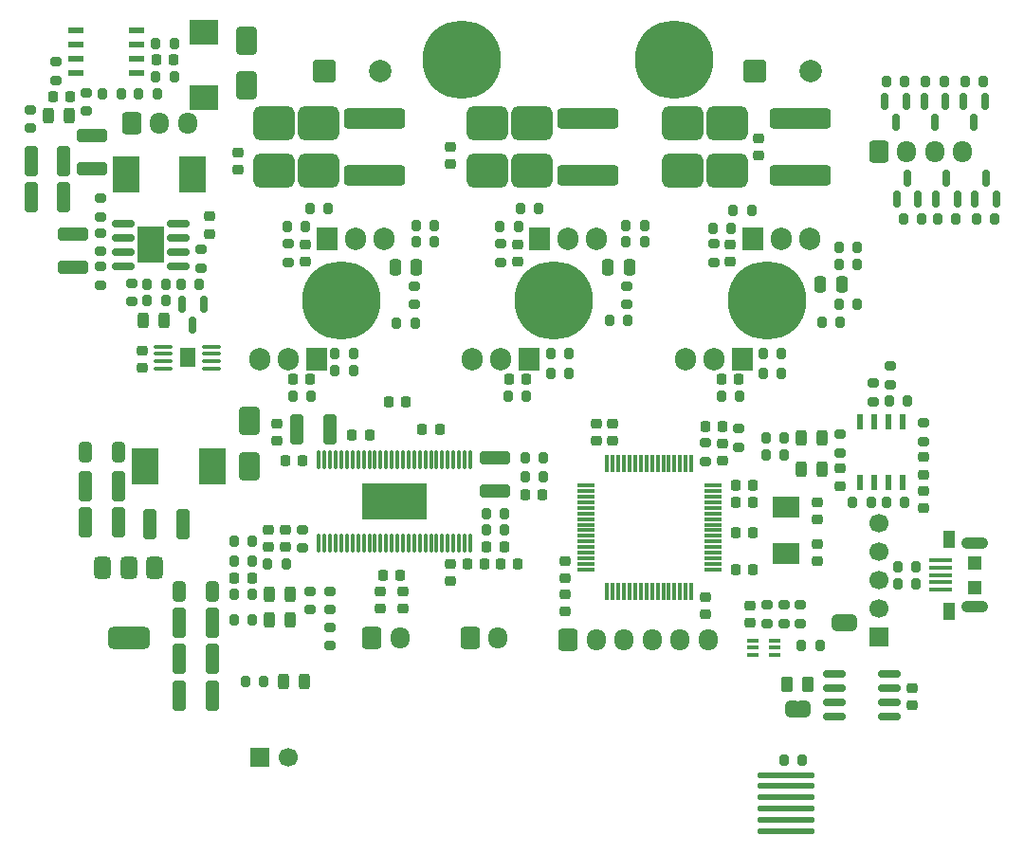
<source format=gbr>
%TF.GenerationSoftware,KiCad,Pcbnew,9.0.3*%
%TF.CreationDate,2025-08-05T12:01:24+09:00*%
%TF.ProjectId,AQUA_VESC,41515541-5f56-4455-9343-2e6b69636164,rev?*%
%TF.SameCoordinates,Original*%
%TF.FileFunction,Soldermask,Top*%
%TF.FilePolarity,Negative*%
%FSLAX46Y46*%
G04 Gerber Fmt 4.6, Leading zero omitted, Abs format (unit mm)*
G04 Created by KiCad (PCBNEW 9.0.3) date 2025-08-05 12:01:24*
%MOMM*%
%LPD*%
G01*
G04 APERTURE LIST*
G04 Aperture macros list*
%AMRoundRect*
0 Rectangle with rounded corners*
0 $1 Rounding radius*
0 $2 $3 $4 $5 $6 $7 $8 $9 X,Y pos of 4 corners*
0 Add a 4 corners polygon primitive as box body*
4,1,4,$2,$3,$4,$5,$6,$7,$8,$9,$2,$3,0*
0 Add four circle primitives for the rounded corners*
1,1,$1+$1,$2,$3*
1,1,$1+$1,$4,$5*
1,1,$1+$1,$6,$7*
1,1,$1+$1,$8,$9*
0 Add four rect primitives between the rounded corners*
20,1,$1+$1,$2,$3,$4,$5,0*
20,1,$1+$1,$4,$5,$6,$7,0*
20,1,$1+$1,$6,$7,$8,$9,0*
20,1,$1+$1,$8,$9,$2,$3,0*%
%AMFreePoly0*
4,1,23,0.500000,-0.750000,0.000000,-0.750000,0.000000,-0.745722,-0.065263,-0.745722,-0.191342,-0.711940,-0.304381,-0.646677,-0.396677,-0.554381,-0.461940,-0.441342,-0.495722,-0.315263,-0.495722,-0.250000,-0.500000,-0.250000,-0.500000,0.250000,-0.495722,0.250000,-0.495722,0.315263,-0.461940,0.441342,-0.396677,0.554381,-0.304381,0.646677,-0.191342,0.711940,-0.065263,0.745722,0.000000,0.745722,
0.000000,0.750000,0.500000,0.750000,0.500000,-0.750000,0.500000,-0.750000,$1*%
%AMFreePoly1*
4,1,23,0.000000,0.745722,0.065263,0.745722,0.191342,0.711940,0.304381,0.646677,0.396677,0.554381,0.461940,0.441342,0.495722,0.315263,0.495722,0.250000,0.500000,0.250000,0.500000,-0.250000,0.495722,-0.250000,0.495722,-0.315263,0.461940,-0.441342,0.396677,-0.554381,0.304381,-0.646677,0.191342,-0.711940,0.065263,-0.745722,0.000000,-0.745722,0.000000,-0.750000,-0.500000,-0.750000,
-0.500000,0.750000,0.000000,0.750000,0.000000,0.745722,0.000000,0.745722,$1*%
G04 Aperture macros list end*
%ADD10RoundRect,0.250000X-0.750000X-0.750000X0.750000X-0.750000X0.750000X0.750000X-0.750000X0.750000X0*%
%ADD11C,2.000000*%
%ADD12RoundRect,0.225000X-0.250000X0.225000X-0.250000X-0.225000X0.250000X-0.225000X0.250000X0.225000X0*%
%ADD13RoundRect,0.200000X-0.200000X-0.275000X0.200000X-0.275000X0.200000X0.275000X-0.200000X0.275000X0*%
%ADD14RoundRect,0.225000X0.225000X0.250000X-0.225000X0.250000X-0.225000X-0.250000X0.225000X-0.250000X0*%
%ADD15RoundRect,0.225000X-0.225000X-0.250000X0.225000X-0.250000X0.225000X0.250000X-0.225000X0.250000X0*%
%ADD16RoundRect,0.200000X0.275000X-0.200000X0.275000X0.200000X-0.275000X0.200000X-0.275000X-0.200000X0*%
%ADD17RoundRect,0.200000X0.200000X0.275000X-0.200000X0.275000X-0.200000X-0.275000X0.200000X-0.275000X0*%
%ADD18RoundRect,0.250000X-0.600000X-0.725000X0.600000X-0.725000X0.600000X0.725000X-0.600000X0.725000X0*%
%ADD19O,1.700000X1.950000*%
%ADD20RoundRect,0.150000X-0.150000X0.587500X-0.150000X-0.587500X0.150000X-0.587500X0.150000X0.587500X0*%
%ADD21R,1.016000X0.355600*%
%ADD22RoundRect,0.225000X0.250000X-0.225000X0.250000X0.225000X-0.250000X0.225000X-0.250000X-0.225000X0*%
%ADD23R,2.400000X3.200000*%
%ADD24RoundRect,0.243750X0.243750X0.456250X-0.243750X0.456250X-0.243750X-0.456250X0.243750X-0.456250X0*%
%ADD25RoundRect,0.250000X2.450000X-0.650000X2.450000X0.650000X-2.450000X0.650000X-2.450000X-0.650000X0*%
%ADD26RoundRect,0.250000X0.325000X1.100000X-0.325000X1.100000X-0.325000X-1.100000X0.325000X-1.100000X0*%
%ADD27RoundRect,0.250000X0.650000X-1.000000X0.650000X1.000000X-0.650000X1.000000X-0.650000X-1.000000X0*%
%ADD28RoundRect,0.250000X-0.325000X-1.100000X0.325000X-1.100000X0.325000X1.100000X-0.325000X1.100000X0*%
%ADD29RoundRect,0.564250X-1.275750X0.960750X-1.275750X-0.960750X1.275750X-0.960750X1.275750X0.960750X0*%
%ADD30R,2.590800X2.196600*%
%ADD31O,1.692000X0.364000*%
%ADD32R,1.400000X1.700000*%
%ADD33RoundRect,0.250000X-0.250000X-0.475000X0.250000X-0.475000X0.250000X0.475000X-0.250000X0.475000X0*%
%ADD34RoundRect,0.250000X0.325000X0.650000X-0.325000X0.650000X-0.325000X-0.650000X0.325000X-0.650000X0*%
%ADD35RoundRect,0.200000X-0.275000X0.200000X-0.275000X-0.200000X0.275000X-0.200000X0.275000X0.200000X0*%
%ADD36R,1.460500X0.558800*%
%ADD37RoundRect,0.375000X-0.375000X0.625000X-0.375000X-0.625000X0.375000X-0.625000X0.375000X0.625000X0*%
%ADD38RoundRect,0.500000X-1.400000X0.500000X-1.400000X-0.500000X1.400000X-0.500000X1.400000X0.500000X0*%
%ADD39FreePoly0,0.000000*%
%ADD40FreePoly1,0.000000*%
%ADD41R,2.400000X1.900000*%
%ADD42RoundRect,0.243750X-0.243750X-0.456250X0.243750X-0.456250X0.243750X0.456250X-0.243750X0.456250X0*%
%ADD43C,0.800000*%
%ADD44C,7.000000*%
%ADD45R,0.558800X1.460500*%
%ADD46RoundRect,0.150000X0.825000X0.150000X-0.825000X0.150000X-0.825000X-0.150000X0.825000X-0.150000X0*%
%ADD47RoundRect,0.150000X-0.825000X-0.150000X0.825000X-0.150000X0.825000X0.150000X-0.825000X0.150000X0*%
%ADD48R,2.410000X3.300000*%
%ADD49RoundRect,0.250000X1.100000X-0.325000X1.100000X0.325000X-1.100000X0.325000X-1.100000X-0.325000X0*%
%ADD50RoundRect,0.250000X-0.262500X-0.450000X0.262500X-0.450000X0.262500X0.450000X-0.262500X0.450000X0*%
%ADD51RoundRect,0.075000X0.700000X0.075000X-0.700000X0.075000X-0.700000X-0.075000X0.700000X-0.075000X0*%
%ADD52RoundRect,0.075000X0.075000X0.700000X-0.075000X0.700000X-0.075000X-0.700000X0.075000X-0.700000X0*%
%ADD53RoundRect,0.250000X-1.100000X0.325000X-1.100000X-0.325000X1.100000X-0.325000X1.100000X0.325000X0*%
%ADD54RoundRect,0.075000X-2.425000X-0.175000X2.425000X-0.175000X2.425000X0.175000X-2.425000X0.175000X0*%
%ADD55R,2.100000X0.400000*%
%ADD56R,1.000000X1.500000*%
%ADD57O,2.400000X1.100000*%
%ADD58R,1.300000X1.300000*%
%ADD59RoundRect,0.150000X0.150000X-0.587500X0.150000X0.587500X-0.150000X0.587500X-0.150000X-0.587500X0*%
%ADD60RoundRect,0.250000X-0.325000X-0.650000X0.325000X-0.650000X0.325000X0.650000X-0.325000X0.650000X0*%
%ADD61O,0.280000X1.715000*%
%ADD62R,5.825000X3.235000*%
%ADD63R,1.905000X2.000000*%
%ADD64O,1.905000X2.000000*%
%ADD65R,1.700000X1.700000*%
%ADD66C,1.700000*%
G04 APERTURE END LIST*
%TO.C,JP1*%
G36*
X117100000Y-83750000D02*
G01*
X117400000Y-83750000D01*
X117400000Y-85250000D01*
X117100000Y-85250000D01*
X117100000Y-83750000D01*
G37*
%TO.C,JP2*%
G36*
X121250000Y-76000000D02*
G01*
X121550000Y-76000000D01*
X121550000Y-77500000D01*
X121250000Y-77500000D01*
X121250000Y-76000000D01*
G37*
%TD*%
D10*
%TO.C,C69*%
X75000000Y-27500000D03*
D11*
X80000000Y-27500000D03*
%TD*%
D10*
%TO.C,C68*%
X113382323Y-27500000D03*
D11*
X118382323Y-27500000D03*
%TD*%
D12*
%TO.C,C28*%
X121000000Y-62975000D03*
X121000000Y-64525000D03*
%TD*%
D13*
%TO.C,R19*%
X66925000Y-69500000D03*
X68575000Y-69500000D03*
%TD*%
D14*
%TO.C,C33*%
X73025000Y-62250000D03*
X71475000Y-62250000D03*
%TD*%
D15*
%TO.C,C13*%
X111725000Y-66000000D03*
X113275000Y-66000000D03*
%TD*%
D16*
%TO.C,R65*%
X112000000Y-61075000D03*
X112000000Y-59425000D03*
%TD*%
%TO.C,R70*%
X57750000Y-48075000D03*
X57750000Y-46425000D03*
%TD*%
D17*
%TO.C,R40*%
X77575000Y-52750000D03*
X75925000Y-52750000D03*
%TD*%
D13*
%TO.C,R22*%
X66925000Y-74250000D03*
X68575000Y-74250000D03*
%TD*%
D15*
%TO.C,C7*%
X108975000Y-59250000D03*
X110525000Y-59250000D03*
%TD*%
D18*
%TO.C,CAN1*%
X79250000Y-78100000D03*
D19*
X81750000Y-78100000D03*
%TD*%
D20*
%TO.C,Q9*%
X130450000Y-30212500D03*
X128550000Y-30212500D03*
X129500000Y-32087500D03*
%TD*%
D13*
%TO.C,R80*%
X55175000Y-29500000D03*
X56825000Y-29500000D03*
%TD*%
D12*
%TO.C,C17*%
X128500000Y-61975000D03*
X128500000Y-63525000D03*
%TD*%
%TO.C,C19*%
X82000000Y-73975000D03*
X82000000Y-75525000D03*
%TD*%
D21*
%TO.C,U1*%
X115155000Y-79649999D03*
X115155000Y-79000000D03*
X115155000Y-78350001D03*
X113250000Y-78350001D03*
X113250000Y-79000000D03*
X113250000Y-79649999D03*
%TD*%
D13*
%TO.C,R71*%
X62175000Y-46500000D03*
X63825000Y-46500000D03*
%TD*%
D14*
%TO.C,C53*%
X93000000Y-55000000D03*
X91450000Y-55000000D03*
%TD*%
D22*
%TO.C,C3*%
X119000000Y-71275000D03*
X119000000Y-69725000D03*
%TD*%
D13*
%TO.C,R11*%
X114425000Y-60250000D03*
X116075000Y-60250000D03*
%TD*%
D16*
%TO.C,R35*%
X102000000Y-48325000D03*
X102000000Y-46675000D03*
%TD*%
D17*
%TO.C,R32*%
X83075000Y-50000000D03*
X81425000Y-50000000D03*
%TD*%
D23*
%TO.C,U10*%
X63250000Y-36750000D03*
X57250000Y-36750000D03*
%TD*%
D17*
%TO.C,R34*%
X102075000Y-49750000D03*
X100425000Y-49750000D03*
%TD*%
D24*
%TO.C,OCW1*%
X71937500Y-76500000D03*
X70062500Y-76500000D03*
%TD*%
D25*
%TO.C,C51*%
X98500000Y-36800000D03*
X98500000Y-31700000D03*
%TD*%
D12*
%TO.C,C9*%
X96500000Y-71225000D03*
X96500000Y-72775000D03*
%TD*%
D17*
%TO.C,R42*%
X73825000Y-56500000D03*
X72175000Y-56500000D03*
%TD*%
D12*
%TO.C,C20*%
X70000000Y-68475000D03*
X70000000Y-70025000D03*
%TD*%
D26*
%TO.C,C41*%
X56575000Y-67750000D03*
X53625000Y-67750000D03*
%TD*%
D12*
%TO.C,C52*%
X92250000Y-42975000D03*
X92250000Y-44525000D03*
%TD*%
D27*
%TO.C,D6*%
X68000000Y-28750000D03*
X68000000Y-24750000D03*
%TD*%
D13*
%TO.C,R21*%
X69925000Y-71500000D03*
X71575000Y-71500000D03*
%TD*%
%TO.C,R48*%
X90675000Y-41350000D03*
X92325000Y-41350000D03*
%TD*%
D22*
%TO.C,C2*%
X113000000Y-76775000D03*
X113000000Y-75225000D03*
%TD*%
D18*
%TO.C,J1*%
X96750000Y-78250000D03*
D19*
X99250000Y-78250000D03*
X101750000Y-78250000D03*
X104250000Y-78250000D03*
X106750000Y-78250000D03*
X109250000Y-78250000D03*
%TD*%
D24*
%TO.C,5V1*%
X71937500Y-74250000D03*
X70062500Y-74250000D03*
%TD*%
D27*
%TO.C,D4*%
X68250000Y-62750000D03*
X68250000Y-58750000D03*
%TD*%
D13*
%TO.C,R58*%
X111475000Y-39950000D03*
X113125000Y-39950000D03*
%TD*%
D24*
%TO.C,D5*%
X60687500Y-49750000D03*
X58812500Y-49750000D03*
%TD*%
D15*
%TO.C,C36*%
X83725000Y-59500000D03*
X85275000Y-59500000D03*
%TD*%
D17*
%TO.C,R85*%
X130325000Y-28400000D03*
X128675000Y-28400000D03*
%TD*%
D28*
%TO.C,C45*%
X62025000Y-80000000D03*
X64975000Y-80000000D03*
%TD*%
D29*
%TO.C,R66*%
X107000000Y-32115000D03*
X107000000Y-36385000D03*
%TD*%
D16*
%TO.C,R82*%
X51000000Y-28325000D03*
X51000000Y-26675000D03*
%TD*%
%TO.C,R18*%
X73750000Y-75575000D03*
X73750000Y-73925000D03*
%TD*%
D15*
%TO.C,C26*%
X87725000Y-71500000D03*
X89275000Y-71500000D03*
%TD*%
D20*
%TO.C,Q7*%
X64200000Y-48312500D03*
X62300000Y-48312500D03*
X63250000Y-50187500D03*
%TD*%
D13*
%TO.C,R17*%
X125425000Y-56925000D03*
X127075000Y-56925000D03*
%TD*%
D30*
%TO.C,R77*%
X64250000Y-24048300D03*
X64250000Y-29851700D03*
%TD*%
D31*
%TO.C,U11*%
X64896000Y-54050000D03*
X64896000Y-53400000D03*
X64896000Y-52750000D03*
X64896000Y-52100000D03*
X60604000Y-52100000D03*
X60604000Y-52750000D03*
X60604000Y-53400000D03*
X60604000Y-54050000D03*
D32*
X62750000Y-53075000D03*
%TD*%
D33*
%TO.C,C59*%
X119300000Y-46500000D03*
X121200000Y-46500000D03*
%TD*%
D17*
%TO.C,R62*%
X112075000Y-56500000D03*
X110425000Y-56500000D03*
%TD*%
D34*
%TO.C,C38*%
X56575000Y-61550000D03*
X53625000Y-61550000D03*
%TD*%
D12*
%TO.C,C31*%
X67250000Y-34725000D03*
X67250000Y-36275000D03*
%TD*%
D35*
%TO.C,R43*%
X71750000Y-42925000D03*
X71750000Y-44575000D03*
%TD*%
D12*
%TO.C,C23*%
X71500000Y-68475000D03*
X71500000Y-70025000D03*
%TD*%
D17*
%TO.C,R46*%
X84825000Y-41250000D03*
X83175000Y-41250000D03*
%TD*%
D16*
%TO.C,R1*%
X53750000Y-31075000D03*
X53750000Y-29425000D03*
%TD*%
D14*
%TO.C,C22*%
X92275000Y-71500000D03*
X90725000Y-71500000D03*
%TD*%
D36*
%TO.C,U12*%
X58224150Y-27655000D03*
X58224150Y-26385000D03*
X58224150Y-25115000D03*
X58224150Y-23845000D03*
X52775850Y-23845000D03*
X52775850Y-25115000D03*
X52775850Y-26385000D03*
X52775850Y-27655000D03*
%TD*%
D29*
%TO.C,R54*%
X89500000Y-32115000D03*
X89500000Y-36385000D03*
%TD*%
D35*
%TO.C,R53*%
X90750000Y-42925000D03*
X90750000Y-44575000D03*
%TD*%
D37*
%TO.C,U8*%
X59800000Y-71850000D03*
X57500000Y-71850000D03*
D38*
X57500000Y-78150000D03*
D37*
X55200000Y-71850000D03*
%TD*%
D35*
%TO.C,TH1*%
X109000000Y-60675000D03*
X109000000Y-62325000D03*
%TD*%
D17*
%TO.C,R68*%
X122575000Y-44750000D03*
X120925000Y-44750000D03*
%TD*%
D13*
%TO.C,R8*%
X126175000Y-71750000D03*
X127825000Y-71750000D03*
%TD*%
D15*
%TO.C,C14*%
X111725000Y-64500000D03*
X113275000Y-64500000D03*
%TD*%
D17*
%TO.C,R47*%
X84825000Y-42750000D03*
X83175000Y-42750000D03*
%TD*%
D39*
%TO.C,JP1*%
X116600000Y-84500000D03*
D40*
X117900000Y-84500000D03*
%TD*%
D41*
%TO.C,X1*%
X116250000Y-66450000D03*
X116250000Y-70550000D03*
%TD*%
D13*
%TO.C,R37*%
X120925000Y-48350000D03*
X122575000Y-48350000D03*
%TD*%
D26*
%TO.C,C40*%
X56575000Y-64550000D03*
X53625000Y-64550000D03*
%TD*%
D29*
%TO.C,R44*%
X74500000Y-32115000D03*
X74500000Y-36385000D03*
%TD*%
D23*
%TO.C,U7*%
X65000000Y-62750000D03*
X59000000Y-62750000D03*
%TD*%
D17*
%TO.C,R79*%
X61575000Y-25000000D03*
X59925000Y-25000000D03*
%TD*%
D28*
%TO.C,C42*%
X59425000Y-67950000D03*
X62375000Y-67950000D03*
%TD*%
D22*
%TO.C,C5*%
X100750000Y-60525000D03*
X100750000Y-58975000D03*
%TD*%
D15*
%TO.C,C34*%
X77475000Y-60000000D03*
X79025000Y-60000000D03*
%TD*%
%TO.C,C39*%
X66975000Y-72750000D03*
X68525000Y-72750000D03*
%TD*%
D42*
%TO.C,SERVO_CNT1*%
X50312500Y-31500000D03*
X52187500Y-31500000D03*
%TD*%
D43*
%TO.C,H7*%
X73875000Y-48000000D03*
X74643845Y-46143845D03*
X74643845Y-49856155D03*
X76500000Y-45375000D03*
D44*
X76500000Y-48000000D03*
D43*
X76500000Y-50625000D03*
X78356155Y-46143845D03*
X78356155Y-49856155D03*
X79125000Y-48000000D03*
%TD*%
D16*
%TO.C,R24*%
X75500000Y-78825000D03*
X75500000Y-77175000D03*
%TD*%
%TO.C,R73*%
X64000000Y-45075000D03*
X64000000Y-43425000D03*
%TD*%
D24*
%TO.C,D1*%
X119437500Y-60250000D03*
X117562500Y-60250000D03*
%TD*%
D17*
%TO.C,R30*%
X126825000Y-66000000D03*
X125175000Y-66000000D03*
%TD*%
%TO.C,R87*%
X133825000Y-28400000D03*
X132175000Y-28400000D03*
%TD*%
D12*
%TO.C,C32*%
X86250000Y-34225000D03*
X86250000Y-35775000D03*
%TD*%
D39*
%TO.C,JP2*%
X120750000Y-76750000D03*
D40*
X122050000Y-76750000D03*
%TD*%
D45*
%TO.C,U5*%
X126655000Y-58775850D03*
X125385000Y-58775850D03*
X124115000Y-58775850D03*
X122845000Y-58775850D03*
X122845000Y-64224150D03*
X124115000Y-64224150D03*
X125385000Y-64224150D03*
X126655000Y-64224150D03*
%TD*%
D12*
%TO.C,C12*%
X109000000Y-74475000D03*
X109000000Y-76025000D03*
%TD*%
D13*
%TO.C,R28*%
X89425000Y-68500000D03*
X91075000Y-68500000D03*
%TD*%
D29*
%TO.C,R55*%
X93500000Y-32115000D03*
X93500000Y-36385000D03*
%TD*%
D46*
%TO.C,U4*%
X125475000Y-85155000D03*
X125475000Y-83885000D03*
X125475000Y-82615000D03*
X125475000Y-81345000D03*
X120525000Y-81345000D03*
X120525000Y-82615000D03*
X120525000Y-83885000D03*
X120525000Y-85155000D03*
%TD*%
D20*
%TO.C,Q13*%
X126950000Y-30212500D03*
X125050000Y-30212500D03*
X126000000Y-32087500D03*
%TD*%
D26*
%TO.C,C37*%
X75475000Y-59500000D03*
X72525000Y-59500000D03*
%TD*%
D13*
%TO.C,R12*%
X114425000Y-61750000D03*
X116075000Y-61750000D03*
%TD*%
D22*
%TO.C,C58*%
X110500000Y-62275000D03*
X110500000Y-60725000D03*
%TD*%
D35*
%TO.C,R14*%
X125500000Y-53850000D03*
X125500000Y-55500000D03*
%TD*%
D29*
%TO.C,R45*%
X70500000Y-32115000D03*
X70500000Y-36385000D03*
%TD*%
D20*
%TO.C,Q11*%
X133950000Y-30212500D03*
X132050000Y-30212500D03*
X133000000Y-32087500D03*
%TD*%
D14*
%TO.C,C21*%
X91025000Y-70000000D03*
X89475000Y-70000000D03*
%TD*%
D24*
%TO.C,D2*%
X119437500Y-63000000D03*
X117562500Y-63000000D03*
%TD*%
D12*
%TO.C,C61*%
X64750000Y-40475000D03*
X64750000Y-42025000D03*
%TD*%
D17*
%TO.C,R52*%
X93050000Y-56500000D03*
X91400000Y-56500000D03*
%TD*%
D13*
%TO.C,R74*%
X59175000Y-48000000D03*
X60825000Y-48000000D03*
%TD*%
D17*
%TO.C,R60*%
X115825000Y-52750000D03*
X114175000Y-52750000D03*
%TD*%
D14*
%TO.C,C48*%
X73750000Y-55000000D03*
X72200000Y-55000000D03*
%TD*%
D22*
%TO.C,C10*%
X99250000Y-60525000D03*
X99250000Y-58975000D03*
%TD*%
D17*
%TO.C,R89*%
X126825000Y-28400000D03*
X125175000Y-28400000D03*
%TD*%
D47*
%TO.C,U9*%
X57025000Y-41095000D03*
X57025000Y-42365000D03*
X57025000Y-43635000D03*
X57025000Y-44905000D03*
X61975000Y-44905000D03*
X61975000Y-43635000D03*
X61975000Y-42365000D03*
X61975000Y-41095000D03*
D48*
X59500000Y-43000000D03*
%TD*%
D13*
%TO.C,R49*%
X92475000Y-39750000D03*
X94125000Y-39750000D03*
%TD*%
%TO.C,R38*%
X73675000Y-39750000D03*
X75325000Y-39750000D03*
%TD*%
D28*
%TO.C,C44*%
X62025000Y-76750000D03*
X64975000Y-76750000D03*
%TD*%
D12*
%TO.C,C11*%
X96500000Y-74225000D03*
X96500000Y-75775000D03*
%TD*%
D17*
%TO.C,R50*%
X96825000Y-52750000D03*
X95175000Y-52750000D03*
%TD*%
D49*
%TO.C,C64*%
X54250000Y-36225000D03*
X54250000Y-33275000D03*
%TD*%
D17*
%TO.C,R67*%
X122575000Y-43250000D03*
X120925000Y-43250000D03*
%TD*%
%TO.C,R4*%
X94575000Y-63750000D03*
X92925000Y-63750000D03*
%TD*%
D50*
%TO.C,R_can_termination1*%
X116337500Y-82250000D03*
X118162500Y-82250000D03*
%TD*%
D51*
%TO.C,U3*%
X109675000Y-72000000D03*
X109675000Y-71500000D03*
X109675000Y-71000000D03*
X109675000Y-70500000D03*
X109675000Y-70000000D03*
X109675000Y-69500000D03*
X109675000Y-69000000D03*
X109675000Y-68500000D03*
X109675000Y-68000000D03*
X109675000Y-67500000D03*
X109675000Y-67000000D03*
X109675000Y-66500000D03*
X109675000Y-66000000D03*
X109675000Y-65500000D03*
X109675000Y-65000000D03*
X109675000Y-64500000D03*
D52*
X107750000Y-62575000D03*
X107250000Y-62575000D03*
X106750000Y-62575000D03*
X106250000Y-62575000D03*
X105750000Y-62575000D03*
X105250000Y-62575000D03*
X104750000Y-62575000D03*
X104250000Y-62575000D03*
X103750000Y-62575000D03*
X103250000Y-62575000D03*
X102750000Y-62575000D03*
X102250000Y-62575000D03*
X101750000Y-62575000D03*
X101250000Y-62575000D03*
X100750000Y-62575000D03*
X100250000Y-62575000D03*
D51*
X98325000Y-64500000D03*
X98325000Y-65000000D03*
X98325000Y-65500000D03*
X98325000Y-66000000D03*
X98325000Y-66500000D03*
X98325000Y-67000000D03*
X98325000Y-67500000D03*
X98325000Y-68000000D03*
X98325000Y-68500000D03*
X98325000Y-69000000D03*
X98325000Y-69500000D03*
X98325000Y-70000000D03*
X98325000Y-70500000D03*
X98325000Y-71000000D03*
X98325000Y-71500000D03*
X98325000Y-72000000D03*
D52*
X100250000Y-73925000D03*
X100750000Y-73925000D03*
X101250000Y-73925000D03*
X101750000Y-73925000D03*
X102250000Y-73925000D03*
X102750000Y-73925000D03*
X103250000Y-73925000D03*
X103750000Y-73925000D03*
X104250000Y-73925000D03*
X104750000Y-73925000D03*
X105250000Y-73925000D03*
X105750000Y-73925000D03*
X106250000Y-73925000D03*
X106750000Y-73925000D03*
X107250000Y-73925000D03*
X107750000Y-73925000D03*
%TD*%
D12*
%TO.C,C15*%
X127500000Y-82575000D03*
X127500000Y-84125000D03*
%TD*%
D13*
%TO.C,R88*%
X126675000Y-40718750D03*
X128325000Y-40718750D03*
%TD*%
D53*
%TO.C,C29*%
X90250000Y-62000000D03*
X90250000Y-64950000D03*
%TD*%
D54*
%TO.C,U2*%
X116250000Y-92350000D03*
X116250000Y-93350000D03*
X116250000Y-94350000D03*
X116250000Y-95350000D03*
X116250000Y-90350000D03*
X116250000Y-91350000D03*
%TD*%
D12*
%TO.C,C18*%
X80000000Y-73975000D03*
X80000000Y-75525000D03*
%TD*%
D55*
%TO.C,USB1*%
X130000000Y-73800000D03*
X130000000Y-73150000D03*
X130000000Y-72500000D03*
X130000000Y-71850000D03*
X130000000Y-71200000D03*
D56*
X130800000Y-75700000D03*
D57*
X133050000Y-75325000D03*
D58*
X133050000Y-73600000D03*
X133050000Y-71400000D03*
D57*
X133050000Y-69675000D03*
D56*
X130800000Y-69300000D03*
%TD*%
D13*
%TO.C,R2*%
X92925000Y-62000000D03*
X94575000Y-62000000D03*
%TD*%
D59*
%TO.C,Q10*%
X133100000Y-38906250D03*
X135000000Y-38906250D03*
X134050000Y-37031250D03*
%TD*%
D28*
%TO.C,C46*%
X62025000Y-83250000D03*
X64975000Y-83250000D03*
%TD*%
D60*
%TO.C,C43*%
X62025000Y-74000000D03*
X64975000Y-74000000D03*
%TD*%
D16*
%TO.C,R72*%
X55000000Y-46575000D03*
X55000000Y-44925000D03*
%TD*%
D25*
%TO.C,C54*%
X117500000Y-36800000D03*
X117500000Y-31700000D03*
%TD*%
D17*
%TO.C,R81*%
X60075000Y-29500000D03*
X58425000Y-29500000D03*
%TD*%
D59*
%TO.C,Q12*%
X126100000Y-38906250D03*
X128000000Y-38906250D03*
X127050000Y-37031250D03*
%TD*%
D35*
%TO.C,R15*%
X124000000Y-55350000D03*
X124000000Y-57000000D03*
%TD*%
D43*
%TO.C,H6*%
X84625000Y-26500000D03*
X85393845Y-24643845D03*
X85393845Y-28356155D03*
X87250000Y-23875000D03*
D44*
X87250000Y-26500000D03*
D43*
X87250000Y-29125000D03*
X89106155Y-24643845D03*
X89106155Y-28356155D03*
X89875000Y-26500000D03*
%TD*%
D24*
%TO.C,D3*%
X73187500Y-82000000D03*
X71312500Y-82000000D03*
%TD*%
D35*
%TO.C,R6*%
X116000000Y-75175000D03*
X116000000Y-76825000D03*
%TD*%
%TO.C,R63*%
X109750000Y-42925000D03*
X109750000Y-44575000D03*
%TD*%
D43*
%TO.C,H5*%
X103625000Y-26500000D03*
X104393845Y-24643845D03*
X104393845Y-28356155D03*
X106250000Y-23875000D03*
D44*
X106250000Y-26500000D03*
D43*
X106250000Y-29125000D03*
X108106155Y-24643845D03*
X108106155Y-28356155D03*
X108875000Y-26500000D03*
%TD*%
D22*
%TO.C,C16*%
X113750000Y-35025000D03*
X113750000Y-33475000D03*
%TD*%
D14*
%TO.C,C57*%
X112000000Y-55000000D03*
X110450000Y-55000000D03*
%TD*%
D13*
%TO.C,R23*%
X66925000Y-76500000D03*
X68575000Y-76500000D03*
%TD*%
D12*
%TO.C,C65*%
X58750000Y-52475000D03*
X58750000Y-54025000D03*
%TD*%
D17*
%TO.C,R31*%
X123825000Y-66000000D03*
X122175000Y-66000000D03*
%TD*%
D12*
%TO.C,C6*%
X119000000Y-65975000D03*
X119000000Y-67525000D03*
%TD*%
D43*
%TO.C,H9*%
X111875000Y-48000000D03*
X112643845Y-46143845D03*
X112643845Y-49856155D03*
X114500000Y-45375000D03*
D44*
X114500000Y-48000000D03*
D43*
X114500000Y-50625000D03*
X116356155Y-46143845D03*
X116356155Y-49856155D03*
X117125000Y-48000000D03*
%TD*%
D14*
%TO.C,C25*%
X81775000Y-72500000D03*
X80225000Y-72500000D03*
%TD*%
D16*
%TO.C,R16*%
X128500000Y-60575000D03*
X128500000Y-58925000D03*
%TD*%
D12*
%TO.C,C27*%
X128500000Y-64975000D03*
X128500000Y-66525000D03*
%TD*%
D15*
%TO.C,C8*%
X111725000Y-68750000D03*
X113275000Y-68750000D03*
%TD*%
%TO.C,C4*%
X111725000Y-72000000D03*
X113275000Y-72000000D03*
%TD*%
D13*
%TO.C,R76*%
X59175000Y-46500000D03*
X60825000Y-46500000D03*
%TD*%
D59*
%TO.C,Q8*%
X129600000Y-38906250D03*
X131500000Y-38906250D03*
X130550000Y-37031250D03*
%TD*%
D17*
%TO.C,R61*%
X115825000Y-54500000D03*
X114175000Y-54500000D03*
%TD*%
D43*
%TO.C,H8*%
X92875000Y-48000000D03*
X93643845Y-46143845D03*
X93643845Y-49856155D03*
X95500000Y-45375000D03*
D44*
X95500000Y-48000000D03*
D43*
X95500000Y-50625000D03*
X97356155Y-46143845D03*
X97356155Y-49856155D03*
X98125000Y-48000000D03*
%TD*%
D61*
%TO.C,U6*%
X74505900Y-69638600D03*
X75005900Y-69638600D03*
X75505900Y-69638600D03*
X76005900Y-69638600D03*
X76505900Y-69638600D03*
X77005900Y-69638600D03*
X77505900Y-69638600D03*
X78005900Y-69638600D03*
X78505900Y-69638600D03*
X79005900Y-69638600D03*
X79505900Y-69638600D03*
X80005900Y-69638600D03*
X80505900Y-69638600D03*
X81005900Y-69638600D03*
X81505900Y-69638600D03*
X82005900Y-69638600D03*
X82505900Y-69638600D03*
X83005900Y-69638600D03*
X83505900Y-69638600D03*
X84005900Y-69638600D03*
X84505900Y-69638600D03*
X85005900Y-69638600D03*
X85505900Y-69638600D03*
X86005900Y-69638600D03*
X86505900Y-69638600D03*
X87005900Y-69638600D03*
X87505900Y-69638600D03*
X88005900Y-69638600D03*
X88005900Y-62223600D03*
X87505900Y-62223600D03*
X87005900Y-62223600D03*
X86505900Y-62223600D03*
X86005900Y-62223600D03*
X85505900Y-62223600D03*
X85005900Y-62223600D03*
X84505900Y-62223600D03*
X84005900Y-62223600D03*
X83505900Y-62223600D03*
X83005900Y-62223600D03*
X82505900Y-62223600D03*
X82005900Y-62223600D03*
X81505900Y-62223600D03*
X81005900Y-62223600D03*
X80505900Y-62223600D03*
X80005900Y-62223600D03*
X79505900Y-62223600D03*
X79005900Y-62223600D03*
X78505900Y-62223600D03*
X78005900Y-62223600D03*
X77505900Y-62223600D03*
X77005900Y-62223600D03*
X76505900Y-62223600D03*
X76005900Y-62223600D03*
X75505900Y-62223600D03*
X75005900Y-62223600D03*
X74505900Y-62223600D03*
D62*
X81255900Y-65931100D03*
%TD*%
D17*
%TO.C,R36*%
X121075000Y-49950000D03*
X119425000Y-49950000D03*
%TD*%
D13*
%TO.C,R86*%
X133225000Y-40718750D03*
X134875000Y-40718750D03*
%TD*%
D18*
%TO.C,CAN2*%
X88000000Y-78100000D03*
D19*
X90500000Y-78100000D03*
%TD*%
D16*
%TO.C,R69*%
X55000000Y-43575000D03*
X55000000Y-41925000D03*
%TD*%
D15*
%TO.C,C35*%
X80725000Y-57000000D03*
X82275000Y-57000000D03*
%TD*%
D17*
%TO.C,R78*%
X61575000Y-28000000D03*
X59925000Y-28000000D03*
%TD*%
D33*
%TO.C,C55*%
X100300000Y-45000000D03*
X102200000Y-45000000D03*
%TD*%
D13*
%TO.C,R84*%
X129725000Y-40718750D03*
X131375000Y-40718750D03*
%TD*%
D14*
%TO.C,C66*%
X61525000Y-26500000D03*
X59975000Y-26500000D03*
%TD*%
D26*
%TO.C,C63*%
X51725000Y-38750000D03*
X48775000Y-38750000D03*
%TD*%
D17*
%TO.C,R57*%
X103575000Y-42750000D03*
X101925000Y-42750000D03*
%TD*%
D13*
%TO.C,R59*%
X109675000Y-41500000D03*
X111325000Y-41500000D03*
%TD*%
%TO.C,R7*%
X126175000Y-73250000D03*
X127825000Y-73250000D03*
%TD*%
%TO.C,R27*%
X89425000Y-67000000D03*
X91075000Y-67000000D03*
%TD*%
D16*
%TO.C,R26*%
X75500000Y-75575000D03*
X75500000Y-73925000D03*
%TD*%
D29*
%TO.C,R64*%
X111000000Y-32115000D03*
X111000000Y-36385000D03*
%TD*%
D16*
%TO.C,R33*%
X83000000Y-48325000D03*
X83000000Y-46675000D03*
%TD*%
D35*
%TO.C,R29*%
X73000000Y-68425000D03*
X73000000Y-70075000D03*
%TD*%
%TO.C,R9*%
X114500000Y-75175000D03*
X114500000Y-76825000D03*
%TD*%
D14*
%TO.C,C67*%
X52275000Y-29750000D03*
X50725000Y-29750000D03*
%TD*%
D12*
%TO.C,C47*%
X73250000Y-42975000D03*
X73250000Y-44525000D03*
%TD*%
D35*
%TO.C,R5*%
X117500000Y-75175000D03*
X117500000Y-76825000D03*
%TD*%
%TO.C,R83*%
X48750000Y-30925000D03*
X48750000Y-32575000D03*
%TD*%
D17*
%TO.C,R56*%
X103575000Y-41250000D03*
X101925000Y-41250000D03*
%TD*%
%TO.C,R3*%
X119250000Y-78750000D03*
X117600000Y-78750000D03*
%TD*%
D13*
%TO.C,R39*%
X71675000Y-41350000D03*
X73325000Y-41350000D03*
%TD*%
D33*
%TO.C,C49*%
X81300000Y-45000000D03*
X83200000Y-45000000D03*
%TD*%
D26*
%TO.C,C62*%
X51725000Y-35500000D03*
X48775000Y-35500000D03*
%TD*%
D25*
%TO.C,C50*%
X79500000Y-36800000D03*
X79500000Y-31700000D03*
%TD*%
D17*
%TO.C,R41*%
X77575000Y-54250000D03*
X75925000Y-54250000D03*
%TD*%
D35*
%TO.C,R25*%
X121000000Y-59925000D03*
X121000000Y-61575000D03*
%TD*%
D14*
%TO.C,C1*%
X94475000Y-65350000D03*
X92925000Y-65350000D03*
%TD*%
D13*
%TO.C,R13*%
X67925000Y-82000000D03*
X69575000Y-82000000D03*
%TD*%
D17*
%TO.C,R10*%
X117650000Y-89000000D03*
X116000000Y-89000000D03*
%TD*%
D12*
%TO.C,C56*%
X111250000Y-42975000D03*
X111250000Y-44525000D03*
%TD*%
D22*
%TO.C,C30*%
X70750000Y-60525000D03*
X70750000Y-58975000D03*
%TD*%
D53*
%TO.C,C60*%
X52500000Y-42025000D03*
X52500000Y-44975000D03*
%TD*%
D16*
%TO.C,R75*%
X55000000Y-40500000D03*
X55000000Y-38850000D03*
%TD*%
D17*
%TO.C,R51*%
X96825000Y-54500000D03*
X95175000Y-54500000D03*
%TD*%
%TO.C,R20*%
X68575000Y-71250000D03*
X66925000Y-71250000D03*
%TD*%
D22*
%TO.C,C24*%
X86250000Y-73025000D03*
X86250000Y-71475000D03*
%TD*%
D63*
%TO.C,Q2*%
X74290000Y-53250000D03*
D64*
X71750000Y-53250000D03*
X69210000Y-53250000D03*
%TD*%
D18*
%TO.C,M1*%
X57750000Y-32150000D03*
D19*
X60250000Y-32150000D03*
X62750000Y-32150000D03*
%TD*%
D65*
%TO.C,J2*%
X69225000Y-88750000D03*
D66*
X71765000Y-88750000D03*
%TD*%
D63*
%TO.C,Q1*%
X75210000Y-42480000D03*
D64*
X77750000Y-42480000D03*
X80290000Y-42480000D03*
%TD*%
D63*
%TO.C,Q5*%
X113210000Y-42500000D03*
D64*
X115750000Y-42500000D03*
X118290000Y-42500000D03*
%TD*%
D18*
%TO.C,RGBLED1*%
X124500000Y-34650000D03*
D19*
X127000000Y-34650000D03*
X129500000Y-34650000D03*
X132000000Y-34650000D03*
%TD*%
D63*
%TO.C,Q3*%
X94210000Y-42480000D03*
D64*
X96750000Y-42480000D03*
X99290000Y-42480000D03*
%TD*%
D65*
%TO.C,J3*%
X124500000Y-78000000D03*
D66*
X124500000Y-75460000D03*
X124500000Y-72920000D03*
X124500000Y-70380000D03*
X124500000Y-67840000D03*
%TD*%
D63*
%TO.C,Q4*%
X93290000Y-53250000D03*
D64*
X90750000Y-53250000D03*
X88210000Y-53250000D03*
%TD*%
D63*
%TO.C,Q6*%
X112290000Y-53250000D03*
D64*
X109750000Y-53250000D03*
X107210000Y-53250000D03*
%TD*%
M02*

</source>
